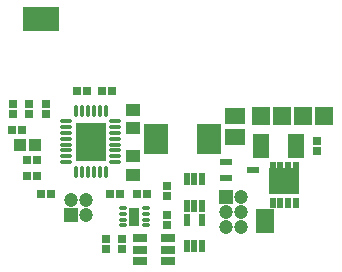
<source format=gbr>
G04 Layer_Color=8388736*
%FSLAX25Y25*%
%MOIN*%
%TF.FileFunction,Soldermask,Top*%
%TF.Part,Single*%
G01*
G75*
%ADD53R,0.12044X0.08022*%
%TA.AperFunction,ConnectorPad*%
%ADD54R,0.06299X0.08268*%
%TA.AperFunction,SMDPad*%
%ADD55R,0.03937X0.01969*%
%TA.AperFunction,SMDPad*%
%ADD56R,0.09849X0.08668*%
%TA.AperFunction,SMDPad*%
%ADD57R,0.01975X0.03550*%
%TA.AperFunction,SMDPad*%
%ADD58R,0.02959X0.02762*%
%TA.AperFunction,SMDPad*%
%ADD59R,0.04737X0.03162*%
%TA.AperFunction,SMDPad*%
%ADD60R,0.02375X0.04147*%
%TA.AperFunction,SMDPad*%
%ADD61R,0.01969X0.03937*%
%TA.AperFunction,SMDPad*%
%ADD62O,0.02913X0.01142*%
%TA.AperFunction,SMDPad*%
%ADD63R,0.03504X0.06457*%
%TA.AperFunction,SMDPad*%
%ADD64R,0.02762X0.02959*%
%TA.AperFunction,SMDPad*%
%ADD65R,0.05249X0.07887*%
%TA.AperFunction,SMDPad*%
%ADD66R,0.06587X0.05367*%
%TA.AperFunction,SMDPad*%
%ADD67R,0.10472X0.12913*%
%TA.AperFunction,SMDPad*%
%ADD68O,0.01221X0.04173*%
%TA.AperFunction,SMDPad*%
%ADD69O,0.04173X0.01221*%
%TA.AperFunction,SMDPad*%
%ADD70O,0.01221X0.04567*%
%TA.AperFunction,SMDPad*%
%ADD71R,0.04658X0.04461*%
%TA.AperFunction,SMDPad*%
%ADD72R,0.07887X0.10249*%
%TA.AperFunction,ViaPad*%
%ADD73C,0.04737*%
%TA.AperFunction,ViaPad*%
%ADD74R,0.04737X0.04737*%
%TA.AperFunction,ViaPad*%
%ADD75R,0.04737X0.04737*%
%TA.AperFunction,ConnectorPad*%
%ADD76R,0.04331X0.04331*%
%TA.AperFunction,ConnectorPad*%
%ADD77R,0.06299X0.06299*%
D53*
X328979Y325511D02*
D03*
D54*
X403500Y258000D02*
D03*
D55*
X390571Y277559D02*
D03*
Y272441D02*
D03*
X399429Y275000D02*
D03*
D56*
X410000Y271378D02*
D03*
D57*
X413839Y275906D02*
D03*
X411280D02*
D03*
X408720D02*
D03*
X406161D02*
D03*
X413839Y264094D02*
D03*
X411280D02*
D03*
X408721D02*
D03*
X406161D02*
D03*
D58*
X421000Y284673D02*
D03*
Y281327D02*
D03*
X356000Y252173D02*
D03*
Y248827D02*
D03*
X371000Y256827D02*
D03*
Y260173D02*
D03*
Y266327D02*
D03*
Y269673D02*
D03*
X350500Y248827D02*
D03*
Y252173D02*
D03*
X325000Y297173D02*
D03*
Y293827D02*
D03*
X319500Y297173D02*
D03*
Y293827D02*
D03*
X330500Y297173D02*
D03*
Y293827D02*
D03*
D59*
X371224Y244760D02*
D03*
Y248500D02*
D03*
Y252240D02*
D03*
X361776D02*
D03*
Y248500D02*
D03*
Y244760D02*
D03*
D60*
X377441Y258429D02*
D03*
X382559D02*
D03*
Y249571D02*
D03*
X380000D02*
D03*
X377441D02*
D03*
D61*
Y263071D02*
D03*
X380000D02*
D03*
X382559D02*
D03*
Y271929D02*
D03*
X380000D02*
D03*
X377441D02*
D03*
D62*
X363898Y256547D02*
D03*
Y258516D02*
D03*
Y260484D02*
D03*
Y262453D02*
D03*
X356102Y256547D02*
D03*
Y258516D02*
D03*
Y260484D02*
D03*
Y262453D02*
D03*
D63*
X360000Y259500D02*
D03*
D64*
X360827Y267000D02*
D03*
X364173D02*
D03*
X351827D02*
D03*
X355173D02*
D03*
X328827D02*
D03*
X332173D02*
D03*
X324327Y273000D02*
D03*
X327673D02*
D03*
X327673Y278500D02*
D03*
X324327D02*
D03*
X319327Y288500D02*
D03*
X322673D02*
D03*
X340827Y301500D02*
D03*
X344173D02*
D03*
X352673Y301500D02*
D03*
X349327D02*
D03*
D65*
X402134Y283000D02*
D03*
X413866D02*
D03*
D66*
X393500Y293004D02*
D03*
Y285996D02*
D03*
D67*
X345500Y284500D02*
D03*
D68*
X340579Y294638D02*
D03*
X342547D02*
D03*
X344516D02*
D03*
X346484D02*
D03*
X348453D02*
D03*
X350421D02*
D03*
D69*
X353669Y291390D02*
D03*
Y289421D02*
D03*
Y287453D02*
D03*
Y285484D02*
D03*
Y283516D02*
D03*
Y281547D02*
D03*
Y279579D02*
D03*
Y277610D02*
D03*
X337331D02*
D03*
Y279579D02*
D03*
Y281547D02*
D03*
Y283516D02*
D03*
Y285484D02*
D03*
Y287453D02*
D03*
Y289421D02*
D03*
Y291390D02*
D03*
D70*
X350421Y274362D02*
D03*
X348453D02*
D03*
X346484D02*
D03*
X344516D02*
D03*
X342547D02*
D03*
X340579D02*
D03*
D71*
X359500Y279532D02*
D03*
Y273468D02*
D03*
Y288968D02*
D03*
Y295031D02*
D03*
D72*
X367142Y285500D02*
D03*
X384858D02*
D03*
D73*
X343901Y265000D02*
D03*
Y260000D02*
D03*
X338901Y265000D02*
D03*
X395401Y256000D02*
D03*
X390401D02*
D03*
X395401Y261000D02*
D03*
X390401D02*
D03*
X395401Y266000D02*
D03*
D74*
X338901Y260000D02*
D03*
D75*
X390401Y266000D02*
D03*
D76*
X326894Y283500D02*
D03*
X321894D02*
D03*
D77*
X423394Y293000D02*
D03*
X416394D02*
D03*
X409394D02*
D03*
X402394D02*
D03*
%TF.MD5,654054296CF42115B2225971C34CEFD3*%
M02*

</source>
